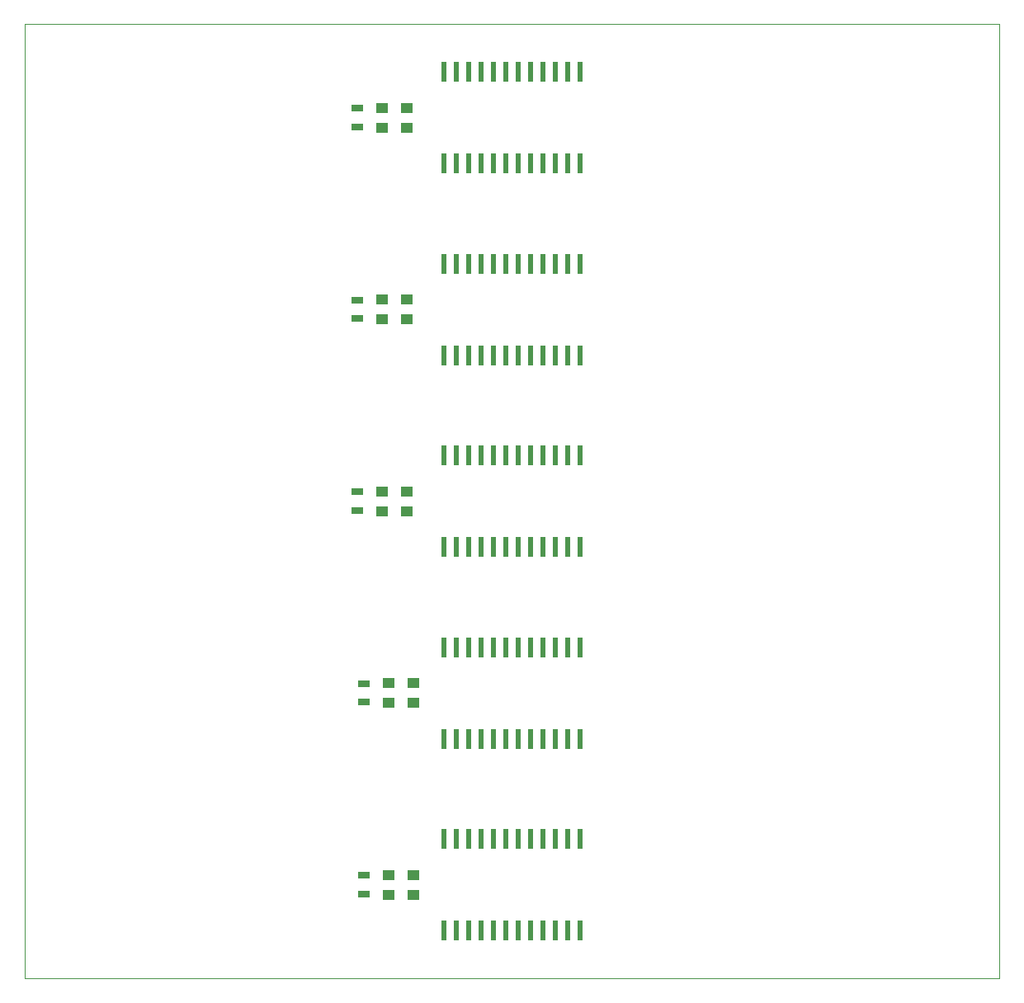
<source format=gbp>
G04 #@! TF.FileFunction,Paste,Bot*
%FSLAX46Y46*%
G04 Gerber Fmt 4.6, Leading zero omitted, Abs format (unit mm)*
G04 Created by KiCad (PCBNEW 4.0.2-stable) date 11/09/2016 10:57:48*
%MOMM*%
G01*
G04 APERTURE LIST*
%ADD10C,0.150000*%
%ADD11C,0.100000*%
%ADD12R,1.250000X1.000000*%
%ADD13R,1.300000X0.700000*%
%ADD14R,0.600000X2.000000*%
G04 APERTURE END LIST*
D10*
D11*
X50800000Y-29000000D02*
X50800000Y-127000000D01*
X150800000Y-29000000D02*
X150800000Y-127000000D01*
X50800000Y-29000000D02*
X150800000Y-29000000D01*
X150800000Y-127000000D02*
X50800000Y-127000000D01*
D12*
X87465000Y-39630000D03*
X87465000Y-37630000D03*
X90005000Y-39630000D03*
X90005000Y-37630000D03*
X87465000Y-59315000D03*
X87465000Y-57315000D03*
X90005000Y-59315000D03*
X90005000Y-57315000D03*
X90005000Y-79000000D03*
X90005000Y-77000000D03*
X87465000Y-79000000D03*
X87465000Y-77000000D03*
X88100000Y-98685000D03*
X88100000Y-96685000D03*
X90640000Y-98685000D03*
X90640000Y-96685000D03*
X88100000Y-118370000D03*
X88100000Y-116370000D03*
X90640000Y-118370000D03*
X90640000Y-116370000D03*
D13*
X84925000Y-39580000D03*
X84925000Y-37680000D03*
X84925000Y-59265000D03*
X84925000Y-57365000D03*
X84925000Y-78950000D03*
X84925000Y-77050000D03*
X85560000Y-98635000D03*
X85560000Y-96735000D03*
X85560000Y-118320000D03*
X85560000Y-116420000D03*
D14*
X93815000Y-33930000D03*
X95085000Y-33930000D03*
X96355000Y-33930000D03*
X97625000Y-33930000D03*
X98895000Y-33930000D03*
X100165000Y-33930000D03*
X101435000Y-33930000D03*
X102705000Y-33930000D03*
X103975000Y-33930000D03*
X105245000Y-33930000D03*
X106515000Y-33930000D03*
X107785000Y-33930000D03*
X107785000Y-43330000D03*
X106515000Y-43330000D03*
X105245000Y-43330000D03*
X103975000Y-43330000D03*
X102705000Y-43330000D03*
X101435000Y-43330000D03*
X100165000Y-43330000D03*
X98895000Y-43330000D03*
X97625000Y-43330000D03*
X96355000Y-43330000D03*
X95085000Y-43330000D03*
X93815000Y-43330000D03*
X93815000Y-53615000D03*
X95085000Y-53615000D03*
X96355000Y-53615000D03*
X97625000Y-53615000D03*
X98895000Y-53615000D03*
X100165000Y-53615000D03*
X101435000Y-53615000D03*
X102705000Y-53615000D03*
X103975000Y-53615000D03*
X105245000Y-53615000D03*
X106515000Y-53615000D03*
X107785000Y-53615000D03*
X107785000Y-63015000D03*
X106515000Y-63015000D03*
X105245000Y-63015000D03*
X103975000Y-63015000D03*
X102705000Y-63015000D03*
X101435000Y-63015000D03*
X100165000Y-63015000D03*
X98895000Y-63015000D03*
X97625000Y-63015000D03*
X96355000Y-63015000D03*
X95085000Y-63015000D03*
X93815000Y-63015000D03*
X93815000Y-73300000D03*
X95085000Y-73300000D03*
X96355000Y-73300000D03*
X97625000Y-73300000D03*
X98895000Y-73300000D03*
X100165000Y-73300000D03*
X101435000Y-73300000D03*
X102705000Y-73300000D03*
X103975000Y-73300000D03*
X105245000Y-73300000D03*
X106515000Y-73300000D03*
X107785000Y-73300000D03*
X107785000Y-82700000D03*
X106515000Y-82700000D03*
X105245000Y-82700000D03*
X103975000Y-82700000D03*
X102705000Y-82700000D03*
X101435000Y-82700000D03*
X100165000Y-82700000D03*
X98895000Y-82700000D03*
X97625000Y-82700000D03*
X96355000Y-82700000D03*
X95085000Y-82700000D03*
X93815000Y-82700000D03*
X93815000Y-92985000D03*
X95085000Y-92985000D03*
X96355000Y-92985000D03*
X97625000Y-92985000D03*
X98895000Y-92985000D03*
X100165000Y-92985000D03*
X101435000Y-92985000D03*
X102705000Y-92985000D03*
X103975000Y-92985000D03*
X105245000Y-92985000D03*
X106515000Y-92985000D03*
X107785000Y-92985000D03*
X107785000Y-102385000D03*
X106515000Y-102385000D03*
X105245000Y-102385000D03*
X103975000Y-102385000D03*
X102705000Y-102385000D03*
X101435000Y-102385000D03*
X100165000Y-102385000D03*
X98895000Y-102385000D03*
X97625000Y-102385000D03*
X96355000Y-102385000D03*
X95085000Y-102385000D03*
X93815000Y-102385000D03*
X93815000Y-112670000D03*
X95085000Y-112670000D03*
X96355000Y-112670000D03*
X97625000Y-112670000D03*
X98895000Y-112670000D03*
X100165000Y-112670000D03*
X101435000Y-112670000D03*
X102705000Y-112670000D03*
X103975000Y-112670000D03*
X105245000Y-112670000D03*
X106515000Y-112670000D03*
X107785000Y-112670000D03*
X107785000Y-122070000D03*
X106515000Y-122070000D03*
X105245000Y-122070000D03*
X103975000Y-122070000D03*
X102705000Y-122070000D03*
X101435000Y-122070000D03*
X100165000Y-122070000D03*
X98895000Y-122070000D03*
X97625000Y-122070000D03*
X96355000Y-122070000D03*
X95085000Y-122070000D03*
X93815000Y-122070000D03*
M02*

</source>
